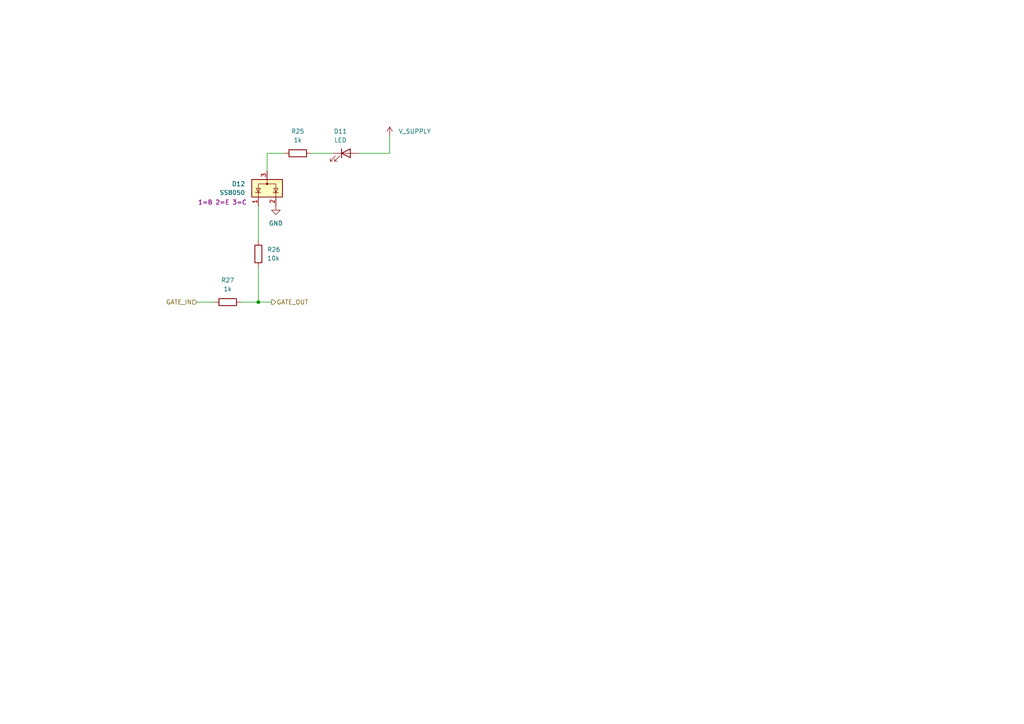
<source format=kicad_sch>
(kicad_sch (version 20231120) (generator "eeschema") (generator_version "8.0")
  (paper "A4")
  (lib_symbols
    (symbol "Device:LED" (pin_numbers hide) (pin_names (offset 1.016) hide)
      (property "Reference" "D" (at 0 2.54 0))
      (property "Value" "LED" (at 0 -2.54 0))
      (symbol "LED_0_1"
        (polyline (pts (xy -1.27 -1.27) (xy -1.27 1.27)) (stroke (width 0.254)))
        (polyline (pts (xy -1.27 0) (xy 1.27 0)))
        (polyline (pts (xy 1.27 -1.27) (xy 1.27 1.27) (xy -1.27 0) (xy 1.27 -1.27)) (stroke (width 0.254)))
        (polyline (pts (xy -3.048 -0.762) (xy -4.572 -2.286) (xy -3.81 -2.286) (xy -4.572 -2.286) (xy -4.572 -1.524)))
        (polyline (pts (xy -1.778 -0.762) (xy -3.302 -2.286) (xy -2.54 -2.286) (xy -3.302 -2.286) (xy -3.302 -1.524)))
      )
      (symbol "LED_1_1"
        (pin passive line (at -3.81 0 0) (length 2.54) (name "K") (number "1"))
        (pin passive line (at 3.81 0 180) (length 2.54) (name "A") (number "2"))
      )
    )
    (symbol "Device:R" (pin_numbers hide) (pin_names (offset 0))
      (property "Reference" "R" (at 2.032 0 90))
      (property "Value" "R" (at 0 0 90))
      (symbol "R_0_1"
        (rectangle (start -1.016 -2.54) (end 1.016 2.54) (stroke (width 0.254)))
      )
      (symbol "R_1_1"
        (pin passive line (at 0 3.81 270) (length 1.27) (name "~") (number "1"))
        (pin passive line (at 0 -3.81 90) (length 1.27) (name "~") (number "2"))
      )
    )
    (symbol "Power_Protection:ESDA5V3L" (pin_names hide)
      (property "Reference" "D" (at 5.715 2.54 0))
      (property "Value" "ESDA5V3L" (at 5.715 0.635 0))
      (symbol "ESDA5V3L_0_0"
        (pin passive line (at 0 -5.08 90) (length 2.54) (name "A") (number "3"))
      )
      (symbol "ESDA5V3L_0_1"
        (rectangle (start -4.445 2.54) (end 4.445 -2.54) (stroke (width 0.254)) (fill (type background)))
        (circle (center 0 -1.27) (radius 0.254) (fill (type outline)))
        (polyline (pts (xy -2.54 2.54) (xy -2.54 1.27)))
        (polyline (pts (xy 0 -1.27) (xy 0 -2.54)))
        (polyline (pts (xy 2.54 2.54) (xy 2.54 1.27)))
        (polyline (pts (xy -3.302 1.016) (xy -3.302 1.27) (xy -1.905 1.27) (xy -1.778 1.27)))
        (polyline (pts (xy -2.54 1.27) (xy -2.54 -1.27) (xy 2.54 -1.27) (xy 2.54 1.27)))
        (polyline (pts (xy -2.54 1.27) (xy -1.905 0) (xy -3.175 0) (xy -2.54 1.27)))
        (polyline (pts (xy 1.778 1.016) (xy 1.778 1.27) (xy 3.175 1.27) (xy 3.302 1.27)))
        (polyline (pts (xy 2.54 1.27) (xy 1.905 0) (xy 3.175 0) (xy 2.54 1.27)))
      )
      (symbol "ESDA5V3L_1_1"
        (pin passive line (at -2.54 5.08 270) (length 2.54) (name "K") (number "1"))
        (pin passive line (at 2.54 5.08 270) (length 2.54) (name "K") (number "2"))
      )
    )
    (symbol "power:+5V" (power) (pin_numbers hide) (pin_names (offset 0) hide)
      (property "Value" "+5V" (at 0 3.556 0))
      (symbol "+5V_0_1"
        (polyline (pts (xy -0.762 1.27) (xy 0 2.54)))
        (polyline (pts (xy 0 0) (xy 0 2.54)))
        (polyline (pts (xy 0 2.54) (xy 0.762 1.27)))
      )
      (symbol "+5V_1_1"
        (pin power_in line (at 0 0 90) (length 0) (name "~") (number "1"))
      )
    )
    (symbol "power:GND" (power) (pin_numbers hide) (pin_names (offset 0) hide)
      (property "Value" "GND" (at 0 -3.81 0))
      (symbol "GND_0_1"
        (polyline (pts (xy 0 0) (xy 0 -1.27) (xy 1.27 -1.27) (xy 0 -2.54) (xy -1.27 -1.27) (xy 0 -1.27)))
      )
      (symbol "GND_1_1"
        (pin power_in line (at 0 0 270) (length 0) (name "~") (number "1"))
      )
    )
  )
  (junction (at 74.93 87.63))
  (wire (pts (xy 90.17 44.45) (xy 96.52 44.45)))
  (wire (pts (xy 82.55 44.45) (xy 77.47 44.45)))
  (wire (pts (xy 77.47 44.45) (xy 77.47 49.53)))
  (wire (pts (xy 74.93 77.47) (xy 74.93 87.63)))
  (wire (pts (xy 57.15 87.63) (xy 62.23 87.63)))
  (wire (pts (xy 74.93 87.63) (xy 78.74 87.63)))
  (wire (pts (xy 104.14 44.45) (xy 113.03 44.45)))
  (wire (pts (xy 113.03 44.45) (xy 113.03 39.37)))
  (wire (pts (xy 69.85 87.63) (xy 74.93 87.63)))
  (wire (pts (xy 74.93 59.69) (xy 74.93 69.85)))
  (hierarchical_label "GATE_OUT" (shape output) (at 78.74 87.63 0))
  (hierarchical_label "GATE_IN" (shape input) (at 57.15 87.63 180))
  (symbol (lib_id "Device:R") (at 66.04 87.63 90) (unit 1)
    (property "Reference" "R27" (at 66.04 81.28 90))
    (property "Value" "1k" (at 66.04 83.82 90))
    (property "Footprint" "Resistor_SMD:R_0402_1005Metric" (effects (hide yes)))
    (property "Description" "Resistor" (effects (hide yes)))
    (instances (project "midi" (path "" (reference "R27") (unit 1)) (path "" (reference "R17") (unit 1)) (path "" (reference "R33") (unit 1)) (path "" (reference "R44") (unit 1)) (path "" (reference "R21") (unit 1)) (path "" (reference "R24") (unit 1)) (path "" (reference "R14") (unit 1)) (path "" (reference "R30") (unit 1))))
  )
  (symbol (lib_id "Device:R") (at 86.36 44.45 90) (unit 1)
    (property "Reference" "R25" (at 86.36 38.1 90))
    (property "Value" "1k" (at 86.36 40.64 90))
    (property "Footprint" "Resistor_SMD:R_0402_1005Metric" (effects (hide yes)))
    (property "Description" "Resistor" (effects (hide yes)))
    (instances (project "midi" (path "" (reference "R25") (unit 1)) (path "" (reference "R15") (unit 1)) (path "" (reference "R31") (unit 1)) (path "" (reference "R4") (unit 1)) (path "" (reference "R19") (unit 1)) (path "" (reference "R22") (unit 1)) (path "" (reference "R2") (unit 1)) (path "" (reference "R28") (unit 1))))
  )
  (symbol (lib_id "power:+5V") (at 113.03 39.37 0) (unit 1)
    (property "Reference" "#PWR018" (effects (hide yes)))
    (property "Value" "V_SUPPLY" (at 115.57 38.0999 0) (effects (justify left)))
    (property "Description" "Power symbol creates a global label with name \"+5V\"" (effects (hide yes)))
    (instances (project "midi" (path "" (reference "#PWR018") (unit 1)) (path "" (reference "#PWR010") (unit 1)) (path "" (reference "#PWR022") (unit 1)) (path "" (reference "#PWR011") (unit 1)) (path "" (reference "#PWR014") (unit 1)) (path "" (reference "#PWR016") (unit 1)) (path "" (reference "#PWR08") (unit 1)) (path "" (reference "#PWR020") (unit 1))))
  )
  (symbol (lib_id "Device:LED") (at 100.33 44.45 0) (unit 1)
    (property "Reference" "D11" (at 98.7425 38.1 0))
    (property "Value" "LED" (at 98.7425 40.64 0))
    (property "Footprint" "LED_SMD:LED_0603_1608Metric" (effects (hide yes)))
    (property "Description" "Light emitting diode" (effects (hide yes)))
    (instances (project "midi" (path "" (reference "D11") (unit 1)) (path "" (reference "D4") (unit 1)) (path "" (reference "D15") (unit 1)) (path "" (reference "D100") (unit 1)) (path "" (reference "D6") (unit 1)) (path "" (reference "D8") (unit 1)) (path "" (reference "D1") (unit 1)) (path "" (reference "D13") (unit 1))))
  )
  (symbol (lib_id "power:GND") (at 80.01 59.69 0) (unit 1)
    (property "Reference" "#PWR019" (effects (hide yes)))
    (property "Value" "GND" (at 80.01 64.77 0))
    (property "Description" "Power symbol creates a global label with name \"GND\" , ground" (effects (hide yes)))
    (instances (project "midi" (path "" (reference "#PWR019") (unit 1)) (path "" (reference "#PWR013") (unit 1)) (path "" (reference "#PWR023") (unit 1)) (path "" (reference "#PWR012") (unit 1)) (path "" (reference "#PWR015") (unit 1)) (path "" (reference "#PWR017") (unit 1)) (path "" (reference "#PWR09") (unit 1)) (path "" (reference "#PWR021") (unit 1))))
  )
  (symbol (lib_id "Power_Protection:ESDA5V3L") (at 77.47 54.61 0) (mirror x) (unit 1)
    (property "Reference" "D12" (at 71.12 53.3399 0) (effects (justify right)))
    (property "Value" "SS8050" (at 71.12 55.8799 0) (effects (justify right)))
    (property "Footprint" "Package_TO_SOT_SMD:SOT-23" (effects (hide yes)))
    (property "Datasheet" "https://www.st.com/resource/en/datasheet/esdal.pdf" (effects (hide yes)))
    (property "Description" "TVS Diode Array, 5.5V Standoff, 2 Channels, SOT23" (effects (hide yes)))
    (property "Sim.Device" "NPN" (effects (hide yes)))
    (property "Sim.Type" "GUMMELPOON" (effects (hide yes)))
    (property "Sim.Pins" "1=B 2=E 3=C" (at 64.516 58.674 0))
    (instances (project "midi" (path "" (reference "D12") (unit 1)) (path "" (reference "D5") (unit 1)) (path "" (reference "D16") (unit 1)) (path "" (reference "D2") (unit 1)) (path "" (reference "D7") (unit 1)) (path "" (reference "D10") (unit 1)) (path "" (reference "D3") (unit 1)) (path "" (reference "D14") (unit 1))))
  )
  (symbol (lib_id "Device:R") (at 74.93 73.66 180) (unit 1)
    (property "Reference" "R26" (at 77.47 72.3899 0) (effects (justify right)))
    (property "Value" "10k" (at 77.47 74.9299 0) (effects (justify right)))
    (property "Footprint" "Resistor_SMD:R_0402_1005Metric" (effects (hide yes)))
    (property "Description" "Resistor" (effects (hide yes)))
    (instances (project "midi" (path "" (reference "R26") (unit 1)) (path "" (reference "R16") (unit 1)) (path "" (reference "R32") (unit 1)) (path "" (reference "R5") (unit 1)) (path "" (reference "R20") (unit 1)) (path "" (reference "R23") (unit 1)) (path "" (reference "R3") (unit 1)) (path "" (reference "R29") (unit 1))))
  )
)
</source>
